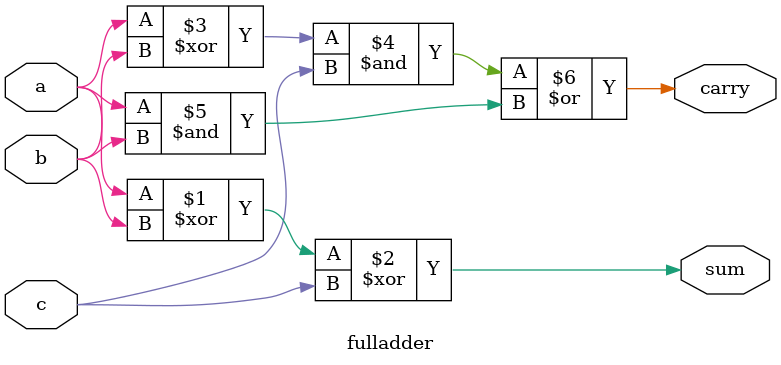
<source format=v>
module fulladder(sum,carry,a,b,c);
input a,b,c;
output sum,carry;
assign sum= a^b^c;
assign carry = ((a^b)&c)| (a&b);
endmodule 



</source>
